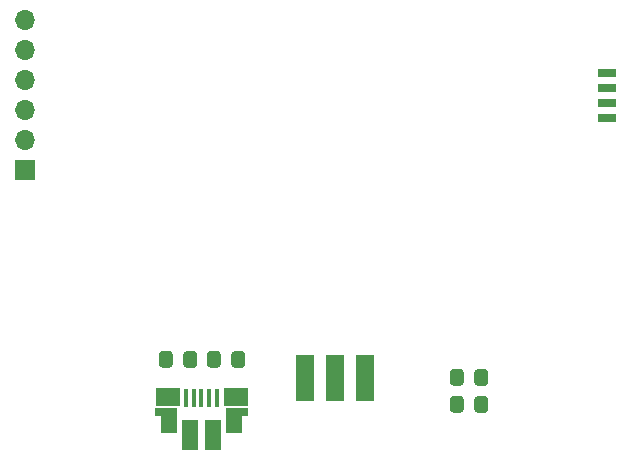
<source format=gtp>
G04 #@! TF.GenerationSoftware,KiCad,Pcbnew,(5.1.6)-1*
G04 #@! TF.CreationDate,2021-05-31T10:21:52+02:00*
G04 #@! TF.ProjectId,Power_module_v1,506f7765-725f-46d6-9f64-756c655f7631,rev?*
G04 #@! TF.SameCoordinates,Original*
G04 #@! TF.FileFunction,Paste,Top*
G04 #@! TF.FilePolarity,Positive*
%FSLAX46Y46*%
G04 Gerber Fmt 4.6, Leading zero omitted, Abs format (unit mm)*
G04 Created by KiCad (PCBNEW (5.1.6)-1) date 2021-05-31 10:21:52*
%MOMM*%
%LPD*%
G01*
G04 APERTURE LIST*
%ADD10R,1.600000X0.700000*%
%ADD11R,1.430000X2.500000*%
%ADD12R,2.000000X1.500000*%
%ADD13R,1.350000X2.000000*%
%ADD14R,0.400000X1.650000*%
%ADD15R,1.825000X0.700000*%
%ADD16R,1.700000X1.700000*%
%ADD17O,1.700000X1.700000*%
%ADD18R,1.524000X4.000000*%
G04 APERTURE END LIST*
D10*
X145516000Y-76073000D03*
X145516000Y-77343000D03*
X145516000Y-78613000D03*
X145516000Y-79883000D03*
G36*
G01*
X107620000Y-100780001D02*
X107620000Y-99879999D01*
G75*
G02*
X107869999Y-99630000I249999J0D01*
G01*
X108520001Y-99630000D01*
G75*
G02*
X108770000Y-99879999I0J-249999D01*
G01*
X108770000Y-100780001D01*
G75*
G02*
X108520001Y-101030000I-249999J0D01*
G01*
X107869999Y-101030000D01*
G75*
G02*
X107620000Y-100780001I0J249999D01*
G01*
G37*
G36*
G01*
X109670000Y-100780001D02*
X109670000Y-99879999D01*
G75*
G02*
X109919999Y-99630000I249999J0D01*
G01*
X110570001Y-99630000D01*
G75*
G02*
X110820000Y-99879999I0J-249999D01*
G01*
X110820000Y-100780001D01*
G75*
G02*
X110570001Y-101030000I-249999J0D01*
G01*
X109919999Y-101030000D01*
G75*
G02*
X109670000Y-100780001I0J249999D01*
G01*
G37*
G36*
G01*
X114884000Y-99879999D02*
X114884000Y-100780001D01*
G75*
G02*
X114634001Y-101030000I-249999J0D01*
G01*
X113983999Y-101030000D01*
G75*
G02*
X113734000Y-100780001I0J249999D01*
G01*
X113734000Y-99879999D01*
G75*
G02*
X113983999Y-99630000I249999J0D01*
G01*
X114634001Y-99630000D01*
G75*
G02*
X114884000Y-99879999I0J-249999D01*
G01*
G37*
G36*
G01*
X112834000Y-99879999D02*
X112834000Y-100780001D01*
G75*
G02*
X112584001Y-101030000I-249999J0D01*
G01*
X111933999Y-101030000D01*
G75*
G02*
X111684000Y-100780001I0J249999D01*
G01*
X111684000Y-99879999D01*
G75*
G02*
X111933999Y-99630000I249999J0D01*
G01*
X112584001Y-99630000D01*
G75*
G02*
X112834000Y-99879999I0J-249999D01*
G01*
G37*
G36*
G01*
X133408000Y-103689999D02*
X133408000Y-104590001D01*
G75*
G02*
X133158001Y-104840000I-249999J0D01*
G01*
X132507999Y-104840000D01*
G75*
G02*
X132258000Y-104590001I0J249999D01*
G01*
X132258000Y-103689999D01*
G75*
G02*
X132507999Y-103440000I249999J0D01*
G01*
X133158001Y-103440000D01*
G75*
G02*
X133408000Y-103689999I0J-249999D01*
G01*
G37*
G36*
G01*
X135458000Y-103689999D02*
X135458000Y-104590001D01*
G75*
G02*
X135208001Y-104840000I-249999J0D01*
G01*
X134557999Y-104840000D01*
G75*
G02*
X134308000Y-104590001I0J249999D01*
G01*
X134308000Y-103689999D01*
G75*
G02*
X134557999Y-103440000I249999J0D01*
G01*
X135208001Y-103440000D01*
G75*
G02*
X135458000Y-103689999I0J-249999D01*
G01*
G37*
G36*
G01*
X133408000Y-101403999D02*
X133408000Y-102304001D01*
G75*
G02*
X133158001Y-102554000I-249999J0D01*
G01*
X132507999Y-102554000D01*
G75*
G02*
X132258000Y-102304001I0J249999D01*
G01*
X132258000Y-101403999D01*
G75*
G02*
X132507999Y-101154000I249999J0D01*
G01*
X133158001Y-101154000D01*
G75*
G02*
X133408000Y-101403999I0J-249999D01*
G01*
G37*
G36*
G01*
X135458000Y-101403999D02*
X135458000Y-102304001D01*
G75*
G02*
X135208001Y-102554000I-249999J0D01*
G01*
X134557999Y-102554000D01*
G75*
G02*
X134308000Y-102304001I0J249999D01*
G01*
X134308000Y-101403999D01*
G75*
G02*
X134557999Y-101154000I249999J0D01*
G01*
X135208001Y-101154000D01*
G75*
G02*
X135458000Y-101403999I0J-249999D01*
G01*
G37*
D11*
X110228900Y-106746740D03*
D12*
X108338900Y-103496740D03*
D13*
X113938900Y-105546740D03*
X108458900Y-105546740D03*
D14*
X111188900Y-103596740D03*
X112488900Y-103596740D03*
X111838900Y-103596740D03*
D15*
X114188900Y-104796740D03*
D14*
X109888900Y-103596740D03*
D12*
X114088900Y-103476740D03*
D15*
X108238900Y-104796740D03*
D14*
X110538900Y-103596740D03*
D11*
X112148900Y-106746740D03*
D16*
X96266000Y-84328000D03*
D17*
X96266000Y-81788000D03*
X96266000Y-79248000D03*
X96266000Y-76708000D03*
X96266000Y-74168000D03*
X96266000Y-71628000D03*
D18*
X125049280Y-101912420D03*
X122509280Y-101912420D03*
X119969280Y-101912420D03*
M02*

</source>
